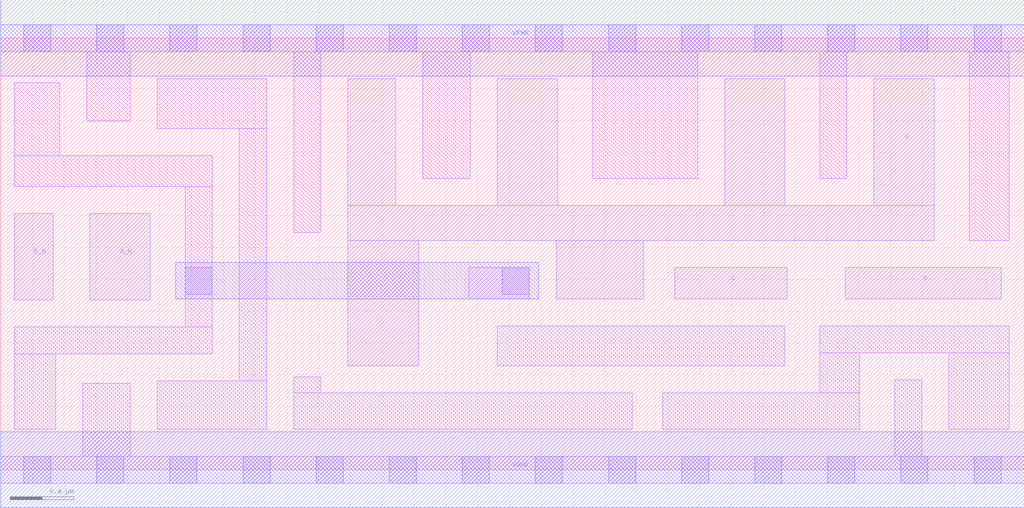
<source format=lef>
# Copyright 2020 The SkyWater PDK Authors
#
# Licensed under the Apache License, Version 2.0 (the "License");
# you may not use this file except in compliance with the License.
# You may obtain a copy of the License at
#
#     https://www.apache.org/licenses/LICENSE-2.0
#
# Unless required by applicable law or agreed to in writing, software
# distributed under the License is distributed on an "AS IS" BASIS,
# WITHOUT WARRANTIES OR CONDITIONS OF ANY KIND, either express or implied.
# See the License for the specific language governing permissions and
# limitations under the License.
#
# SPDX-License-Identifier: Apache-2.0

VERSION 5.7 ;
BUSBITCHARS "[]" ;
DIVIDERCHAR "/" ;
PROPERTYDEFINITIONS
  MACRO maskLayoutSubType STRING ;
  MACRO prCellType STRING ;
  MACRO originalViewName STRING ;
END PROPERTYDEFINITIONS
MACRO sky130_fd_sc_hdll__nand4bb_2
  ORIGIN  0.000000  0.000000 ;
  CLASS CORE ;
  SYMMETRY X Y R90 ;
  SIZE  6.440000 BY  2.720000 ;
  SITE unithd ;
  PIN A_N
    ANTENNAGATEAREA  0.138600 ;
    DIRECTION INPUT ;
    USE SIGNAL ;
    PORT
      LAYER li1 ;
        RECT 0.560000 1.070000 0.940000 1.615000 ;
    END
  END A_N
  PIN B_N
    ANTENNAGATEAREA  0.138600 ;
    DIRECTION INPUT ;
    USE SIGNAL ;
    PORT
      LAYER li1 ;
        RECT 0.085000 1.070000 0.330000 1.615000 ;
    END
  END B_N
  PIN C
    ANTENNAGATEAREA  0.555000 ;
    DIRECTION INPUT ;
    USE SIGNAL ;
    PORT
      LAYER li1 ;
        RECT 4.240000 1.075000 4.950000 1.275000 ;
    END
  END C
  PIN D
    ANTENNAGATEAREA  0.555000 ;
    DIRECTION INPUT ;
    USE SIGNAL ;
    PORT
      LAYER li1 ;
        RECT 5.315000 1.075000 6.295000 1.275000 ;
    END
  END D
  PIN Y
    ANTENNADIFFAREA  1.368000 ;
    DIRECTION OUTPUT ;
    USE SIGNAL ;
    PORT
      LAYER li1 ;
        RECT 2.185000 0.655000 2.630000 1.445000 ;
        RECT 2.185000 1.445000 5.875000 1.665000 ;
        RECT 2.185000 1.665000 2.485000 2.465000 ;
        RECT 3.125000 1.665000 3.505000 2.465000 ;
        RECT 3.495000 1.075000 4.045000 1.445000 ;
        RECT 4.555000 1.665000 4.935000 2.465000 ;
        RECT 5.495000 1.665000 5.875000 2.465000 ;
    END
  END Y
  PIN VGND
    DIRECTION INOUT ;
    USE GROUND ;
    PORT
      LAYER met1 ;
        RECT 0.000000 -0.240000 6.440000 0.240000 ;
    END
  END VGND
  PIN VNB
    DIRECTION INOUT ;
    USE GROUND ;
    PORT
    END
  END VNB
  PIN VPB
    DIRECTION INOUT ;
    USE POWER ;
    PORT
    END
  END VPB
  PIN VPWR
    DIRECTION INOUT ;
    USE POWER ;
    PORT
      LAYER met1 ;
        RECT 0.000000 2.480000 6.440000 2.960000 ;
    END
  END VPWR
  OBS
    LAYER li1 ;
      RECT 0.000000 -0.085000 6.440000 0.085000 ;
      RECT 0.000000  2.635000 6.440000 2.805000 ;
      RECT 0.085000  0.255000 0.345000 0.730000 ;
      RECT 0.085000  0.730000 1.330000 0.900000 ;
      RECT 0.085000  1.785000 1.330000 1.980000 ;
      RECT 0.085000  1.980000 0.370000 2.440000 ;
      RECT 0.515000  0.085000 0.815000 0.545000 ;
      RECT 0.540000  2.195000 0.815000 2.635000 ;
      RECT 0.985000  0.255000 1.675000 0.560000 ;
      RECT 0.985000  2.150000 1.675000 2.465000 ;
      RECT 1.160000  0.900000 1.330000 1.785000 ;
      RECT 1.500000  0.560000 1.675000 2.150000 ;
      RECT 1.845000  0.255000 3.975000 0.485000 ;
      RECT 1.845000  0.485000 2.015000 0.585000 ;
      RECT 1.845000  1.495000 2.015000 2.635000 ;
      RECT 2.655000  1.835000 2.955000 2.635000 ;
      RECT 2.945000  1.075000 3.325000 1.275000 ;
      RECT 3.125000  0.655000 4.935000 0.905000 ;
      RECT 3.725000  1.835000 4.385000 2.635000 ;
      RECT 4.165000  0.255000 5.405000 0.485000 ;
      RECT 5.155000  0.485000 5.405000 0.735000 ;
      RECT 5.155000  0.735000 6.345000 0.905000 ;
      RECT 5.155000  1.835000 5.325000 2.635000 ;
      RECT 5.625000  0.085000 5.795000 0.565000 ;
      RECT 5.965000  0.255000 6.345000 0.735000 ;
      RECT 6.095000  1.445000 6.345000 2.635000 ;
    LAYER mcon ;
      RECT 0.145000 -0.085000 0.315000 0.085000 ;
      RECT 0.145000  2.635000 0.315000 2.805000 ;
      RECT 0.605000 -0.085000 0.775000 0.085000 ;
      RECT 0.605000  2.635000 0.775000 2.805000 ;
      RECT 1.065000 -0.085000 1.235000 0.085000 ;
      RECT 1.065000  2.635000 1.235000 2.805000 ;
      RECT 1.160000  1.105000 1.330000 1.275000 ;
      RECT 1.525000 -0.085000 1.695000 0.085000 ;
      RECT 1.525000  2.635000 1.695000 2.805000 ;
      RECT 1.985000 -0.085000 2.155000 0.085000 ;
      RECT 1.985000  2.635000 2.155000 2.805000 ;
      RECT 2.445000 -0.085000 2.615000 0.085000 ;
      RECT 2.445000  2.635000 2.615000 2.805000 ;
      RECT 2.905000 -0.085000 3.075000 0.085000 ;
      RECT 2.905000  2.635000 3.075000 2.805000 ;
      RECT 3.155000  1.105000 3.325000 1.275000 ;
      RECT 3.365000 -0.085000 3.535000 0.085000 ;
      RECT 3.365000  2.635000 3.535000 2.805000 ;
      RECT 3.825000 -0.085000 3.995000 0.085000 ;
      RECT 3.825000  2.635000 3.995000 2.805000 ;
      RECT 4.285000 -0.085000 4.455000 0.085000 ;
      RECT 4.285000  2.635000 4.455000 2.805000 ;
      RECT 4.745000 -0.085000 4.915000 0.085000 ;
      RECT 4.745000  2.635000 4.915000 2.805000 ;
      RECT 5.205000 -0.085000 5.375000 0.085000 ;
      RECT 5.205000  2.635000 5.375000 2.805000 ;
      RECT 5.665000 -0.085000 5.835000 0.085000 ;
      RECT 5.665000  2.635000 5.835000 2.805000 ;
      RECT 6.125000 -0.085000 6.295000 0.085000 ;
      RECT 6.125000  2.635000 6.295000 2.805000 ;
    LAYER met1 ;
      RECT 1.100000 1.075000 3.385000 1.305000 ;
  END
  PROPERTY maskLayoutSubType "abstract" ;
  PROPERTY prCellType "standard" ;
  PROPERTY originalViewName "layout" ;
END sky130_fd_sc_hdll__nand4bb_2
END LIBRARY

</source>
